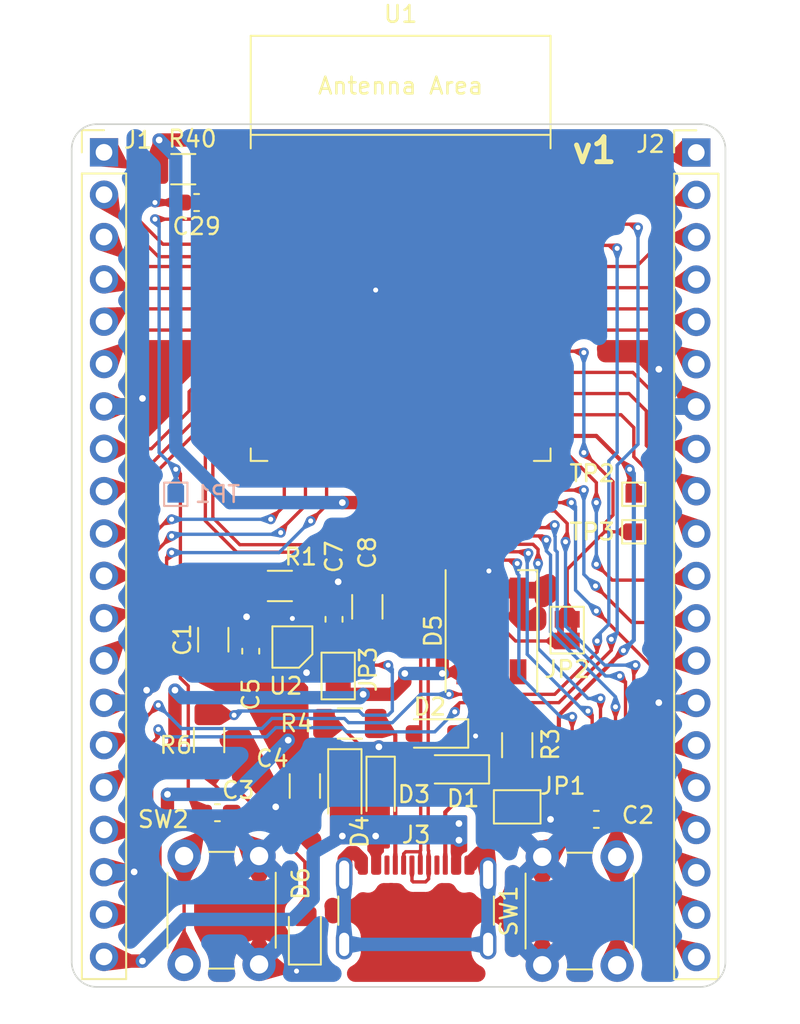
<source format=kicad_pcb>
(kicad_pcb (version 20240108) (generator "pcbnew") (generator_version "8.0")
  (layers (0 "F.Cu" signal) (31 "B.Cu" signal) (34 "B.Paste" user) (35 "F.Paste" user) (36 "B.SilkS" user "B.Silkscreen") (37 "F.SilkS" user "F.Silkscreen") (38 "B.Mask" user) (39 "F.Mask" user) (44 "Edge.Cuts" user))
  (net 0 "")
  (net 1 "VSYS")
  (net 2 "GND")
  (net 3 "GPIO0")
  (net 4 "CHIP_PU")
  (net 5 "/power/3V3_OUT")
  (net 6 "/D+")
  (net 7 "/D-")
  (net 8 "/VBUS_USB")
  (net 9 "Net-(D5-DIN)")
  (net 10 "+3V3")
  (net 11 "Net-(D6-A)")
  (net 12 "GNDPWR")
  (net 13 "Net-(J3-CC1)")
  (net 15 "Net-(J3-CC2)")
  (net 17 "GPIO38")
  (net 18 "Net-(U2-EN)")
  (net 19 "/GPIO4")
  (net 20 "/GPIO5")
  (net 21 "/GPIO6")
  (net 22 "/GPIO7")
  (net 23 "/GPIO15")
  (net 24 "/GPIO16")
  (net 25 "/GPIO17")
  (net 26 "/GPIO18")
  (net 27 "/GPIO8")
  (net 28 "/GPIO3")
  (net 29 "/GPIO46")
  (net 30 "/GPIO9")
  (net 31 "/GPIO10")
  (net 32 "/GPIO11")
  (net 33 "/GPIO12")
  (net 34 "/GPIO13")
  (net 35 "/GPIO14")
  (net 36 "/GPIO21")
  (net 37 "/GPIO47")
  (net 38 "/GPIO48")
  (net 39 "/GPIO45")
  (net 40 "/GPIO35")
  (net 41 "/GPIO36")
  (net 42 "/GPIO37")
  (net 43 "/GPIO39")
  (net 44 "/GPIO40")
  (net 45 "/GPIO41")
  (net 46 "/GPIO42")
  (net 47 "/RX")
  (net 48 "/TX")
  (net 49 "/GPIO2")
  (net 50 "/GPIO1")
  (footprint "Connector_PinHeader_2.54mm:PinHeader_1x20_P2.54mm_Vertical" (layer "F.Cu") (at 176.25 37.25)
    (property "Reference" "J2")
    (property "Value" "Conn_01x20_Pin")
  )
  (footprint "Resistor_SMD:R_1206_3216Metric_Pad1.30x1.75mm_HandSolder" (layer "F.Cu") (at 145.45 38.25)
    (property "Reference" "R40")
    (property "Value" "10k")
  )
  (footprint "Capacitor_SMD:C_1206_3216Metric_Pad1.33x1.80mm_HandSolder" (layer "F.Cu") (at 156.5 64.5 90)
    (property "Reference" "C8")
    (property "Value" "10uF")
  )
  (footprint "PCM_Espressif:ESP32-S3-WROOM-1" (layer "F.Cu") (at 158.5 46)
    (property "Reference" "U1")
    (property "Value" "ESP32-S3-WROOM-1")
  )
  (footprint "Capacitor_SMD:C_0603_1608Metric_Pad1.08x0.95mm_HandSolder" (layer "F.Cu") (at 170.25 77.25 180)
    (property "Reference" "C2")
    (property "Value" "0.1uF")
  )
  (footprint "Diode_SMD:D_SOD-123F" (layer "F.Cu") (at 155.15 75.25 -90)
    (property "Reference" "D4")
    (property "Value" "MBR230S1F-7")
  )
  (footprint "Button_Switch_THT:SW_PUSH_6mm" (layer "F.Cu") (at 167 86 90)
    (property "Reference" "SW1")
    (property "Value" "SW_Push")
  )
  (footprint "Diode_SMD:D_SOD-323_HandSoldering" (layer "F.Cu") (at 161.8 74.25 180)
    (property "Reference" "D1")
    (property "Value" "LESD5D5")
  )
  (footprint "Capacitor_SMD:C_0603_1608Metric_Pad1.08x0.95mm_HandSolder" (layer "F.Cu") (at 146.25 40.25 180)
    (property "Reference" "C29")
    (property "Value" "1uF")
  )
  (footprint "TestPoint:TestPoint_Pad_1.0x1.0mm" (layer "F.Cu") (at 172.5 57.75)
    (property "Reference" "TP2")
    (property "Value" "TestPoint")
  )
  (footprint "Resistor_SMD:R_1206_3216Metric_Pad1.30x1.75mm_HandSolder" (layer "F.Cu") (at 155.45 71.5 180)
    (property "Reference" "R4")
    (property "Value" "5k1")
  )
  (footprint "Jumper:SolderJumper-2_P1.3mm_Bridged2Bar_Pad1.0x1.5mm" (layer "F.Cu") (at 154.75 68.65 -90)
    (property "Reference" "JP3")
    (property "Value" "SolderJumper_2_Bridged")
  )
  (footprint "Capacitor_SMD:C_0603_1608Metric_Pad1.08x0.95mm_HandSolder" (layer "F.Cu") (at 154.5 65.25 90)
    (property "Reference" "C7")
    (property "Value" "0.1uF")
  )
  (footprint "Resistor_SMD:R_1206_3216Metric_Pad1.30x1.75mm_HandSolder" (layer "F.Cu") (at 165.5 72.8 90)
    (property "Reference" "R3")
    (property "Value" "5k1")
  )
  (footprint "LED_SMD:LED_SK6812_PLCC4_5.0x5.0mm_P3.2mm" (layer "F.Cu") (at 163.95 65.95 90)
    (property "Reference" "D5")
    (property "Value" "SK6812")
  )
  (footprint "Capacitor_SMD:C_1206_3216Metric_Pad1.33x1.80mm_HandSolder" (layer "F.Cu") (at 147.25 66.475 90)
    (property "Reference" "C1")
    (property "Value" "10uF")
  )
  (footprint "Capacitor_SMD:C_1206_3216Metric_Pad1.33x1.80mm_HandSolder" (layer "F.Cu") (at 152.75 75.25 -90)
    (property "Reference" "C4")
    (property "Value" "10uF")
  )
  (footprint "Capacitor_SMD:C_0603_1608Metric_Pad1.08x0.95mm_HandSolder" (layer "F.Cu") (at 147.5 76.85)
    (property "Reference" "C3")
    (property "Value" "0.1uF")
  )
  (footprint "Custom:XDFN8" (layer "F.Cu") (at 152 66.9125 90)
    (property "Reference" "U2")
    (property "Value" "NCP186-3V3")
  )
  (footprint "Jumper:SolderJumper-2_P1.3mm_Bridged2Bar_Pad1.0x1.5mm" (layer "F.Cu") (at 168.5 65.9 -90)
    (property "Reference" "JP2")
    (property "Value" "SolderJumper_2_Bridged")
  )
  (footprint "Diode_SMD:D_SOD-323_HandSoldering" (layer "F.Cu") (at 160.55 72.1 180)
    (property "Reference" "D2")
    (property "Value" "LESD5D5")
  )
  (footprint "Resistor_SMD:R_1206_3216Metric_Pad1.30x1.75mm_HandSolder" (layer "F.Cu") (at 147 72.5 -90)
    (property "Reference" "R6")
    (property "Value" "5k1")
  )
  (footprint "Capacitor_SMD:C_0603_1608Metric_Pad1.08x0.95mm_HandSolder" (layer "F.Cu") (at 149.5 67.1625 90)
    (property "Reference" "C5")
    (property "Value" "0.1uF")
  )
  (footprint "Connector_PinHeader_2.54mm:PinHeader_1x20_P2.54mm_Vertical" (layer "F.Cu") (at 140.69 37.24)
    (property "Reference" "J1")
    (property "Value" "Conn_01x20_Pin")
  )
  (footprint "Diode_SMD:D_SOD-323_HandSoldering" (layer "F.Cu") (at 157.3 75.5 -90)
    (property "Reference" "D3")
    (property "Value" "LESD5D5")
  )
  (footprint "LED_SMD:LED_0805_2012Metric_Pad1.15x1.40mm_HandSolder" (layer "F.Cu") (at 152.75 84.1 90)
    (property "Reference" "D6")
    (property "Value" "LED")
  )
  (footprint "Resistor_SMD:R_1206_3216Metric_Pad1.30x1.75mm_HandSolder" (layer "F.Cu") (at 151.25 63.25 180)
    (property "Reference" "R1")
    (property "Value" "10k")
  )
  (footprint "Button_Switch_THT:SW_PUSH_6mm" (layer "F.Cu") (at 150 79.45 -90)
    (property "Reference" "SW2")
    (property "Value" "SW_Push")
  )
  (footprint "Jumper:SolderJumper-2_P1.3mm_Bridged2Bar_Pad1.0x1.5mm" (layer "F.Cu") (at 165.5 76.5)
    (property "Reference" "JP1")
    (property "Value" "SolderJumper_2_Bridged")
  )
  (footprint "TestPoint:TestPoint_Pad_1.0x1.0mm" (layer "F.Cu") (at 172.5 60)
    (property "Reference" "TP3")
    (property "Value" "TestPoint")
  )
  (footprint "Connector_USB:USB_C_Receptacle_GCT_USB4105-xx-A_16P_TopMnt_Horizontal" (layer "F.Cu") (at 159.43 83.675)
    (property "Reference" "J3")
    (property "Value" "USB_C_Receptacle_USB2.0")
  )
  (footprint "TestPoint:TestPoint_Pad_1.0x1.0mm" (layer "B.Cu") (at 145 57.75 180)
    (property "Reference" "TP1")
    (property "Value" "TestPoint")
  )
  (gr_line (start 140.25 87.3) (end 176.5 87.3) (stroke (width 0.1)) (layer "Edge.Cuts"))
  (gr_line (start 176.5 35.55) (end 140.25 35.55) (stroke (width 0.1)) (layer "Edge.Cuts"))
  (gr_arc (start 138.75 37.05) (mid 139.18934 35.98934) (end 140.25 35.55) (stroke (width 0.1)) (layer "Edge.Cuts"))
  (gr_arc (start 176.5 35.55) (mid 177.56066 35.98934) (end 178 37.05) (stroke (width 0.1)) (layer "Edge.Cuts"))
  (gr_arc (start 140.25 87.3) (mid 139.18934 86.86066) (end 138.75 85.8) (stroke (width 0.1)) (layer "Edge.Cuts"))
  (gr_arc (start 178 85.8) (mid 177.56066 86.86066) (end 176.5 87.3) (stroke (width 0.1)) (layer "Edge.Cuts"))
  (gr_line (start 178 85.8) (end 178 37.05) (stroke (width 0.1)) (layer "Edge.Cuts"))
  (gr_line (start 138.75 37.05) (end 138.75 85.8) (stroke (width 0.1)) (layer "Edge.Cuts"))
  (gr_text "v1" (at 168.65 38 0) (layer "F.Cu" knockout) (effects (font (size 1.5 1.5) (thickness 0.3) (bold yes)) (justify left bottom)))
  (gr_text "v1" (at 168.65 38 0) (layer "F.SilkS") (effects (font (size 1.5 1.5) (thickness 0.3) (bold yes)) (justify left bottom)))
  (segment (start 140.69 82.96) (end 142.79 82.96) (width 0.8) (layer "F.Cu") (net 1))
  (segment (start 147.25 68.0375) (end 146.7875 68.0375) (width 0.2) (layer "F.Cu") (net 1))
  (segment (start 143.75 82) (end 143.75 78) (width 0.8) (layer "F.Cu") (net 1))
  (segment (start 143.75 78) (end 144.5 77.25) (width 0.8) (layer "F.Cu") (net 1))
  (segment (start 146.7875 68.0375) (end 145.75 67) (width 0.2) (layer "F.Cu") (net 1))
  (segment (start 146.75 63.25) (end 149.7 63.25) (width 0.2) (layer "F.Cu") (net 1))
  (segment (start 142.79 82.96) (end 143.75 82) (width 0.8) (layer "F.Cu") (net 1))
  (segment (start 145.75 67) (end 145.75 64.25) (width 0.2) (layer "F.Cu") (net 1))
  (segment (start 145.75 64.25) (end 146.75 63.25) (width 0.2) (layer "F.Cu") (net 1))
  (segment (start 144.5 77.25) (end 144.5 75.75) (width 0.8) (layer "F.Cu") (net 1))
  (via (at 144.5 75.75) (size 0.8) (drill 0.4) (layers "F.Cu" "B.Cu") (net 1))
  (via (at 151.75 72.5) (size 0.8) (drill 0.4) (layers "F.Cu" "B.Cu") (net 1))
  (segment (start 148.5 75.75) (end 151.75 72.5) (width 0.8) (layer "B.Cu") (net 1))
  (segment (start 144.5 75.75) (end 148.5 75.75) (width 0.8) (layer "B.Cu") (net 1))
  (segment (start 167 79.5) (end 167.3875 79.5) (width 0.25) (layer "F.Cu") (net 2))
  (segment (start 148.65 64.95) (end 148.6875 64.9125) (width 0.8) (layer "F.Cu") (net 2))
  (segment (start 154.5 63.65) (end 154.5 63.3) (width 0.8) (layer "F.Cu") (net 2))
  (segment (start 157.193016 72.9015) (end 157.3 73.008484) (width 0.8) (layer "F.Cu") (net 2))
  (segment (start 167.5 77.1) (end 167.5 77.25) (width 0.8) (layer "F.Cu") (net 2))
  (segment (start 157.193016 72.9015) (end 156.1515 72.9015) (width 0.2) (layer "F.Cu") (net 2))
  (segment (start 155.2 62.95) (end 155.2125 62.9375) (width 0.8) (layer "F.Cu") (net 2))
  (segment (start 142.5 80.4) (end 142.48 80.42) (width 0.8) (layer "F.Cu") (net 2))
  (segment (start 150 79.45) (end 148.3625 77.8125) (width 0.2) (layer "F.Cu") (net 2))
  (segment (start 152.85 68.45) (end 152.826472 68.45) (width 0.2) (layer "F.Cu") (net 2))
  (segment (start 174.01 50.25) (end 176.25 52.49) (width 0.4) (layer "F.Cu") (net 2))
  (segment (start 150 85.95) (end 150 79.45) (width 0.2) (layer "F.Cu") (net 2))
  (segment (start 164.95 63.5) (end 163.8 62.35) (width 0.4) (layer "F.Cu") (net 2))
  (segment (start 148.6875 64.9125) (end 149.0125 64.9125) (width 0.8) (layer "F.Cu") (net 2))
  (segment (start 167.5 77.25) (end 167.65 77.25) (width 0.8) (layer "F.Cu") (net 2))
  (segment (start 152.826472 68.45) (end 152 67.623528) (width 0.2) (layer "F.Cu") (net 2))
  (segment (start 163.05 74.25) (end 163.05 72.3) (width 0.8) (layer "F.Cu") (net 2))
  (segment (start 152.75 76.8125) (end 151.3125 76.8125) (width 0.8) (layer "F.Cu") (net 2))
  (segment (start 149.2 65.1) (end 149.25 65.1) (width 0.8) (layer "F.Cu") (net 2))
  (segment (start 143.75 40.25) (end 145.3875 40.25) (width 0.4) (layer "F.Cu") (net 2))
  (segment (start 163.05 72.3) (end 163 72.25) (width 0.8) (layer "F.Cu") (net 2))
  (segment (start 165.55 63.5) (end 164.95 63.5) (width 0.4) (layer "F.Cu") (net 2))
  (segment (start 142.5 80.42) (end 142.5 80.4) (width 0.8) (layer "F.Cu") (net 2))
  (segment (start 167.65 77.25) (end 167.65 77.25) (width 0.8) (layer "F.Cu") (net 2))
  (segment (start 174 70.25) (end 174.02 70.27) (width 0.4) (layer "F.Cu") (net 2))
  (segment (start 142.49 70.26) (end 140.69 70.26) (width 0.4) (layer "F.Cu") (net 2))
  (segment (start 151.3125 76.8125) (end 151 76.5) (width 0.8) (layer "F.Cu") (net 2))
  (segment (start 142.48 80.42) (end 140.69 80.42) (width 0.8) (layer "F.Cu") (net 2))
  (segment (start 154.75 71.5) (end 153.9 71.5) (width 0.2) (layer "F.Cu") (net 2))
  (segment (start 154.8 63) (end 154.8625 62.9375) (width 0.8) (layer "F.Cu") (net 2))
  (segment (start 174.02 70.27) (end 176.25 70.27) (width 0.4) (layer "F.Cu") (net 2))
  (segment (start 150.4 86.35) (end 150 85.95) (width 0.2) (layer "F.Cu") (net 2))
  (segment (start 168 77.6) (end 167.65 77.25) (width 0.25) (layer "F.Cu") (net 2))
  (segment (start 154.5 64.3875) (end 154.5 63.65) (width 0.8) (layer "F.Cu") (net 2))
  (segment (start 167.3875 79.5) (end 168 78.8875) (width 0.25) (layer "F.Cu") (net 2))
  (segment (start 166.9 76.5) (end 167.5 77.1) (width 0.8) (layer "F.Cu") (net 2))
  (segment (start 168 78.8875) (end 169.3875 77.5) (width 0.25) (layer "F.Cu") (net 2))
  (segment (start 168 78.8875) (end 168 77.6) (width 0.25) (layer "F.Cu") (net 2))
  (segment (start 154.8625 62.9375) (end 155.1875 62.9375) (width 0.8) (layer "F.Cu") (net 2))
  (segment (start 149.25 65.15) (end 149.3 65.2) (width 0.8) (layer "F.Cu") (net 2))
  (segment (start 163 72.25) (end 162.85 72.1) (width 0.8) (layer "F.Cu") (net 2))
  (segment (start 149.0125 64.9125) (end 149.2 65.1) (width 0.8) (layer "F.Cu") (net 2))
  (segment (start 149.3 65.2) (end 149.5 65.4) (width 0.8) (layer "F.Cu") (net 2))
  (segment (start 165.5 71.25) (end 164 71.25) (width 0.4) (layer "F.Cu") (net 2))
  (segment (start 148.3625 77.8125) (end 148.3625 76.85) (width 0.2) (layer "F.Cu") (net 2))
  (segment (start 154.5 63.3) (end 154.75 63.05) (width 0.8) (layer "F.Cu") (net 2))
  (segment (start 169.3875 77.5) (end 169.3875 77.25) (width 0.25) (layer "F.Cu") (net 2))
  (segment (start 155.2125 62.9375) (end 156.5 62.9375) (width 0.8) (layer "F.Cu") (net 2))
  (segment (start 151.475 65.725) (end 151.475 66.3125) (width 0.2) (layer "F.Cu") (net 2))
  (segment (start 164 71.25) (end 163 72.25) (width 0.4) (layer "F.Cu") (net 2))
  (segment (start 154.75 63) (end 154.8 63) (width 0.8) (layer "F.Cu") (net 2))
  (segment (start 147.25 64.9125) (end 148.6125 64.9125) (width 0.8) (layer "F.Cu") (net 2))
  (segment (start 152 67.623528) (end 152 66.9125) (width 0.2) (layer "F.Cu") (net 2))
  (segment (start 174 50.25) (end 174.01 50.25) (width 0.4) (layer "F.Cu") (net 2))
  (segment (start 152.75 85.85) (end 152.75 85.125) (width 0.2) (layer "F.Cu") (net 2))
  (segment (start 152.25 86.35) (end 152.75 85.85) (width 0.2) (layer "F.Cu") (net 2))
  (segment (start 149.5 65.4) (end 149.5 66.3) (width 0.8) (layer "F.Cu") (net 2))
  (segment (start 155.1875 62.9375) (end 155.2 62.95) (width 0.8) (layer "F.Cu") (net 2))
  (segment (start 152 65.2) (end 151.475 65.725) (width 0.2) (layer "F.Cu") (net 2))
  (segment (start 142.52 52.48) (end 143 52) (width 0.4) (layer "F.Cu") (net 2))
  (segment (start 152.25 86.35) (end 150.4 86.35) (width 0.2) (layer "F.Cu") (net 2))
  (segment (start 156.1515 72.9015) (end 154.75 71.5) (width 0.2) (layer "F.Cu") (net 2))
  (segment (start 157.3 73.008484) (end 157.3 74.25) (width 0.8) (layer "F.Cu") (net 2))
  (segment (start 149.25 65.1) (end 149.25 65.15) (width 0.8) (layer "F.Cu") (net 2))
  (segment (start 167 79.5) (end 167 86) (width 0.25) (layer "F.Cu") (net 2))
  (segment (start 152 65.2) (end 152 66.9125) (width 0.2) (layer "F.Cu") (net 2))
  (segment (start 140.69 52.48) (end 142.52 52.48) (width 0.4) (layer "F.Cu") (net 2))
  (segment (start 166.15 76.5) (end 166.9 76.5) (width 0.8) (layer "F.Cu") (net 2))
  (segment (start 148.6125 64.9125) (end 148.65 64.95) (width 0.8) (layer "F.Cu") (net 2))
  (segment (start 143.25 69.5) (end 142.49 70.26) (width 0.4) (layer "F.Cu") (net 2))
  (segment (start 161.8 72.1) (end 162.85 72.1) (width 0.8) (layer "F.Cu") (net 2))
  (segment (start 154.75 63.05) (end 154.75 63) (width 0.8) (layer "F.Cu") (net 2))
  (via (at 143 52) (size 0.8) (drill 0.4) (layers "F.Cu" "B.Cu") (net 2))
  (via (at 143.75 40.25) (size 0.6) (drill 0.3) (layers "F.Cu" "B.Cu") (net 2))
  (via (at 151 76.5) (size 0.8) (drill 0.4) (layers "F.Cu" "B.Cu") (net 2))
  (via (at 152.85 68.45) (size 0.8) (drill 0.4) (layers "F.Cu" "B.Cu") (net 2))
  (via (at 152.25 86.35) (size 0.6) (drill 0.3) (layers "F.Cu" "B.Cu") (net 2))
  (via (at 174 70.25) (size 0.8) (drill 0.4) (layers "F.Cu" "B.Cu") (net 2))
  (via (at 163 72.25) (size 0.6) (drill 0.3) (layers "F.Cu" "B.Cu") (net 2))
  (via (at 157 45.5) (size 0.5) (drill 0.3) (layers "F.Cu" "B.Cu") (net 2))
  (via (at 143.25 69.5) (size 0.8) (drill 0.4) (layers "F.Cu" "B.Cu") (net 2))
  (via (at 163.8 62.35) (size 0.5) (drill 0.3) (layers "F.Cu" "B.Cu") (net 2))
  (via (at 154.75 63) (size 0.8) (drill 0.4) (layers "F.Cu" "B.Cu") (net 2))
  (via (at 157.193016 72.9015) (size 0.8) (drill 0.4) (layers "F.Cu" "B.Cu") (net 2))
  (via (at 149.25 65.1) (size 0.8) (drill 0.4) (layers "F.Cu" "B.Cu") (net 2))
  (via (at 167.5 77.25) (size 0.8) (drill 0.4) (layers "F.Cu" "B.Cu") (net 2))
  (via (at 174 50.25) (size 0.8) (drill 0.4) (layers "F.Cu" "B.Cu") (net 2))
  (via (at 152 65.2) (size 0.6) (drill 0.3) (layers "F.Cu" "B.Cu") (net 2))
  (via (at 142.5 80.4) (size 0.8) (drill 0.4) (layers "F.Cu" "B.Cu") (net 2))
  (segment (start 171.232537 67.775) (end 168 71.007537) (width 0.25) (layer "F.Cu") (net 3))
  (segment (start 171.5 77.6375) (end 171.1125 77.25) (width 0.25) (layer "F.Cu") (net 3))
  (segment (start 171.5 79.5) (end 171.5 77.6375) (width 0.25) (layer "F.Cu") (net 3))
  (segment (start 171.232537 67.767463) (end 171.232537 67.775) (width 0.25) (layer "F.Cu") (net 3))
  (segment (start 171 77.25) (end 171.1125 77.25) (width 0.25) (layer "F.Cu") (net 3))
  (segment (start 171.5 86) (end 171.5 79.5) (width 0.25) (layer "F.Cu") (net 3))
  (segment (start 172.25 56.25) (end 172.25 57.5) (width 0.25) (layer "F.Cu") (net 3))
  (segment (start 172.25 57.5) (end 172.5 57.75) (width 0.25) (layer "F.Cu") (net 3))
  (segment (start 172.25 56.25) (end 170.25 54.25) (width 0.25) (layer "F.Cu") (net 3))
  (segment (start 171.877708 67.122292) (end 171.232537 67.767463) (width 0.25) (layer "F.Cu") (net 3))
  (segment (start 170.25 54.25) (end 167.25 54.25) (width 0.25) (layer "F.Cu") (net 3))
  (segment (start 168 74.25) (end 171 77.25) (width 0.25) (layer "F.Cu") (net 3))
  (segment (start 168 71.007537) (end 168 74.25) (width 0.25) (layer "F.Cu") (net 3))
  (via (at 172.25 56.25) (size 0.6) (drill 0.3) (layers "F.Cu" "B.Cu") (net 3))
  (via (at 171.877708 67.122292) (size 0.6) (drill 0.3) (layers "F.Cu" "B.Cu") (net 3))
  (segment (start 172.5 56.5) (end 172.25 56.25) (width 0.25) (layer "B.Cu") (net 3))
  (segment (start 172.5 66.5) (end 172.5 56.5) (width 0.25) (layer "B.Cu") (net 3))
  (segment (start 171.877708 67.122292) (end 172.5 66.5) (width 0.25) (layer "B.Cu") (net 3))
  (segment (start 145.5 79.45) (end 146.6375 78.3125) (width 0.2) (layer "F.Cu") (net 4))
  (segment (start 145.277 56.527) (end 145.277 68.777) (width 0.2) (layer "F.Cu") (net 4))
  (segment (start 143.75 41.25) (end 146.25 41.25) (width 0.2) (layer "F.Cu") (net 4))
  (segment (start 149.73 40.3) (end 149.75 40.28) (width 0.4) (layer "F.Cu") (net 4))
  (segment (start 145 56.25) (end 145.277 56.527) (width 0.2) (layer "F.Cu") (net 4))
  (segment (start 147 38.25) (end 147 40.1375) (width 0.4) (layer "F.Cu") (net 4))
  (segment (start 147 40.1375) (end 147.1125 40.25) (width 0.4) (layer "F.Cu") (net 4))
  (segment (start 147.1125 40.25) (end 147.1625 40.3) (width 0.4) (layer "F.Cu") (net 4))
  (segment (start 145.75 69.25) (end 145.75 75.9625) (width 0.2) (layer "F.Cu") (net 4))
  (segment (start 145.75 75.9625) (end 146.6375 76.85) (width 0.2) (layer "F.Cu") (net 4))
  (segment (start 146.25 41.25) (end 147.1125 40.3875) (width 0.2) (layer "F.Cu") (net 4))
  (segment (start 146.6375 78.3125) (end 146.6375 76.85) (width 0.2) (layer "F.Cu") (net 4))
  (segment (start 147.1125 40.3875) (end 147.1125 40.25) (width 0.2) (layer "F.Cu") (net 4))
  (segment (start 147.1625 40.3) (end 149.73 40.3) (width 0.4) (layer "F.Cu") (net 4))
  (segment (start 145.5 79.45) (end 145.5 85.95) (width 0.2) (layer "F.Cu") (net 4))
  (segment (start 145.277 68.777) (end 145.75 69.25) (width 0.2) (layer "F.Cu") (net 4))
  (via (at 145 56.25) (size 0.6) (drill 0.3) (layers "F.Cu" "B.Cu") (net 4))
  (via (at 143.75 41.25) (size 0.6) (drill 0.3) (layers "F.Cu" "B.Cu") (net 4))
  (segment (start 145 56.25) (end 145 57.75) (width 0.2) (layer "B.Cu") (net 4))
  (segment (start 144 55.25) (end 144 41.5) (width 0.2) (layer "B.Cu") (net 4))
  (segment (start 144 41.5) (end 143.75 41.25) (width 0.2) (layer "B.Cu") (net 4))
  (segment (start 145 56.25) (end 144 55.25) (width 0.2) (layer "B.Cu") (net 4))
  (segment (start 148.5 71) (end 147.05 71) (width 0.2) (layer "F.Cu") (net 5))
  (segment (start 154.75 68) (end 157.75 68) (width 0.2) (layer "F.Cu") (net 5))
  (segment (start 147.05 71) (end 147 70.95) (width 0.2) (layer "F.Cu") (net 5))
  (via (at 148.5 71) (size 0.6) (drill 0.3) (layers "F.Cu" "B.Cu") (net 5))
  (via (at 157.75 68) (size 0.6) (drill 0.3) (layers "F.Cu" "B.Cu") (net 5))
  (segment (start 157.75 71) (end 158 70.75) (width 0.2) (layer "B.Cu") (net 5))
  (segment (start 158 70.75) (end 158 68.25) (width 0.2) (layer "B.Cu") (net 5))
  (segment (start 148.75 70.75) (end 156 70.75) (width 0.2) (layer "B.Cu") (net 5))
  (segment (start 158 68.25) (end 157.75 68) (width 0.2) (layer "B.Cu") (net 5))
  (segment (start 148.5 71) (end 148.75 70.75) (width 0.2) (layer "B.Cu") (net 5))
  (segment (start 156 70.75) (end 156.25 71) (width 0.2) (layer "B.Cu") (net 5))
  (segment (start 156.25 71) (end 157.75 71) (width 0.2) (layer "B.Cu") (net 5))
  (segment (start 160.18 80.82) (end 160.18 79.995) (width 0.2) (layer "F.Cu") (net 6))
  (segment (start 149.45 54.25) (end 149.75 54.25) (width 0.2) (layer "F.Cu") (net 6))
  (segment (start 160 81) (end 160.18 80.82) (width 0.2) (layer "F.Cu") (net 6))
  (segment (start 147.225 59.1568) (end 147.225 54.8432) (width 0.2) (layer "F.Cu") (net 6))
  (segment (start 159.18 79.995) (end 159.18 80.93) (width 0.2) (layer "F.Cu") (net 6))
  (segment (start 160.155 79.107499) (end 160.155 63.0868) (width 0.2) (layer "F.Cu") (net 6))
  (segment (start 160.18 79.132499) (end 160.155 79.107499) (width 0.2) (layer "F.Cu") (net 6))
  (segment (start 148.2282 53.84) (end 149.04 53.84) (width 0.2) (layer "F.Cu") (net 6))
  (segment (start 160.18 79.995) (end 160.18 79.132499) (width 0.2) (layer "F.Cu") (net 6))
  (segment (start 160.155 63.0868) (end 157.8432 60.775) (width 0.2) (layer "F.Cu") (net 6))
  (segment (start 159.25 81) (end 160 81) (width 0.2) (layer "F.Cu") (net 6))
  (segment (start 149.04 53.84) (end 149.45 54.25) (width 0.2) (layer "F.Cu") (net 6))
  (segment (start 157.8432 60.775) (end 148.8432 60.775) (width 0.2) (layer "F.Cu") (net 6))
  (segment (start 148.8432 60.775) (end 147.225 59.1568) (width 0.2) (layer "F.Cu") (net 6))
  (segment (start 147.225 54.8432) (end 148.2282 53.84) (width 0.2) (layer "F.Cu") (net 6))
  (segment (start 159.18 80.93) (end 159.25 81) (width 0.2) (layer "F.Cu") (net 6))
  (segment (start 159.68 79.995) (end 159.68 79.25) (width 0.2) (layer "F.Cu") (net 7))
  (segment (start 157.6568 61.225) (end 148.6568 61.225) (width 0.2) (layer "F.Cu") (net 7))
  (segment (start 159.705 63.2732) (end 157.6568 61.225) (width 0.2) (layer "F.Cu") (net 7))
  (segment (start 158.807 79.193) (end 159.623 79.193) (width 0.2) (layer "F.Cu") (net 7))
  (segment (start 149.45 52.98) (end 149.75 52.98) (width 0.2) (layer "F.Cu") (net 7))
  (segment (start 148.6568 61.225) (end 146.775 59.3432) (width 0.2) (layer "F.Cu") (net 7))
  (segment (start 146.775 59.3432) (end 146.775 54.6568) (width 0.2) (layer "F.Cu") (net 7))
  (segment (start 158.68 79.995) (end 158.68 79.32) (width 0.2) (layer "F.Cu") (net 7))
  (segment (start 146.775 54.6568) (end 148.0418 53.39) (width 0.2) (layer "F.Cu") (net 7))
  (segment (start 159.68 79.25) (end 159.68 79.132499) (width 0.2) (layer "F.Cu") (net 7))
  (segment (start 159.705 79.107499) (end 159.705 63.2732) (width 0.2) (layer "F.Cu") (net 7))
  (segment (start 148.0418 53.39) (end 149.04 53.39) (width 0.2) (layer "F.Cu") (net 7))
  (segment (start 158.68 79.32) (end 158.807 79.193) (width 0.2) (layer "F.Cu") (net 7))
  (segment (start 149.04 53.39) (end 149.45 52.98) (width 0.2) (layer "F.Cu") (net 7))
  (segment (start 159.623 79.193) (end 159.68 79.25) (width 0.2) (layer "F.Cu") (net 7))
  (segment (start 159.68 79.132499) (end 159.705 79.107499) (width 0.2) (layer "F.Cu") (net 7))
  (segment (start 140.94 85.75) (end 143 85.75) (width 0.8) (layer "F.Cu") (net 8))
  (segment (start 140.69 85.5) (end 140.94 85.75) (width 0.8) (layer "F.Cu") (net 8))
  (via (at 155 78.25) (size 0.8) (drill 0.4) (layers "F.Cu" "B.Cu") (net 8))
  (via (at 143 85.75) (size 0.8) (drill 0.4) (layers "F.Cu" "B.Cu") (net 8))
  (via (at 162 78.5) (size 0.8) (drill 0.4) (layers "F.Cu" "B.Cu") (net 8))
  (via (at 162 77.5) (size 0.8) (drill 0.4) (layers "F.Cu" "B.Cu") (net 8))
  (via (at 157 78.25) (size 0.8) (drill 0.4) (layers "F.Cu" "B.Cu") (net 8))
  (segment (start 153.25 82) (end 153.25 79.25) (width 0.8) (layer "B.Cu") (net 8))
  (segment (start 145.5 83.25) (end 152 83.25) (width 0.8) (layer "B.Cu") (net 8))
  (segment (start 152 83.25) (end 153.25 82) (width 0.8) (layer "B.Cu") (net 8))
  (segment (start 142.99 85.76) (end 145.5 83.25) (width 0.8) (layer "B.Cu") (net 8))
  (segment (start 153.25 79.25) (end 155 78.25) (width 0.8) (layer "B.Cu") (net 8))
  (segment (start 162.35 63.5) (end 165.4 66.55) (width 0.2) (layer "F.Cu") (net 9))
  (segment (start 165.4 66.55) (end 168.5 66.55) (width 0.2) (layer "F.Cu") (net 9))
  (segment (start 147.75 36.5) (end 148.25 37) (width 0.8) (layer "F.Cu") (net 10))
  (segment (start 144 36.5) (end 147.75 36.5) (width 0.8) (layer "F.Cu") (net 10))
  (segment (start 156.45 58.25) (end 155 58.25) (width 0.8) (layer "F.Cu") (net 10))
  (segment (start 143.25 74.5) (end 143.25 77) (width 0.8) (layer "F.Cu") (net 10))
  (segment (start 143.25 77) (end 142.37 77.88) (width 0.8) (layer "F.Cu") (net 10))
  (segment (start 148.25 38.75) (end 148.51 39.01) (width 0.8) (layer "F.Cu") (net 10))
  (segment (start 142.37 77.88) (end 140.69 77.88) (width 0.8) (layer "F.Cu") (net 10))
  (segment (start 161 68.5) (end 161 64) (width 0.8) (layer "F.Cu") (net 10))
  (segment (start 161.1 68.4) (end 161 68.5) (width 0.4) (layer "F.Cu") (net 10))
  (segment (start 148.51 39.01) (end 149.75 39.01) (width 0.8) (layer "F.Cu") (net 10))
  (segment (start 144 36.5) (end 144 38.15) (width 0.8) (layer "F.Cu") (net 10))
  (segment (start 161 62.8) (end 156.45 58.25) (width 0.8) (layer "F.Cu") (net 10))
  (segment (start 155.2 69.75) (end 154.75 69.3) (width 0.8) (layer "F.Cu") (net 10))
  (segment (start 156.25 69.75) (end 158 69.75) (width 0.8) (layer "F.Cu") (net 10))
  (segment (start 144 38.15) (end 143.9 38.25) (width 0.8) (layer "F.Cu") (net 10))
  (segment (start 161 63.083272) (end 161 62.8) (width 0.8) (layer "F.Cu") (net 10))
  (segment (start 148.25 37) (end 148.25 38.75) (width 0.8) (layer "F.Cu") (net 10))
  (segment (start 144.95 69.5) (end 144.95 72.8) (width 0.8) (layer "F.Cu") (net 10))
  (segment (start 156.25 69.75) (end 155.2 69.75) (width 0.8) (layer "F.Cu") (net 10))
  (segment (start 158.75 69) (end 158.75 68.5) (width 0.8) (layer "F.Cu") (net 10))
  (segment (start 144.95 72.8) (end 143.25 74.5) (width 0.8) (layer "F.Cu") (net 10))
  (segment (start 162.35 68.4) (end 161.1 68.4) (width 0.4) (layer "F.Cu") (net 10))
  (segment (start 161 64) (end 161 63.083272) (width 0.8) (layer "F.Cu") (net 10))
  (segment (start 158 69.75) (end 158.75 69) (width 0.8) (layer "F.Cu") (net 10))
  (via (at 144.95 69.5) (size 0.8) (drill 0.4) (layers "F.Cu" "B.Cu") (net 10))
  (via (at 158.75 68.5) (size 0.8) (drill 0.4) (layers "F.Cu" "B.Cu") (net 10))
  (via (at 156.25 69.75) (size 0.8) (drill 0.4) (layers "F.Cu" "B.Cu") (net 10))
  (via (at 144 36.5) (size 0.8) (drill 0.4) (layers "F.Cu" "B.Cu") (net 10))
  (via (at 155 58.25) (size 0.8) (drill 0.4) (layers "F.Cu" "B.Cu") (net 10))
  (via (at 161 68.5) (size 0.8) (drill 0.4) (layers "F.Cu" "B.Cu") (net 10))
  (segment (start 156.05 69.95) (end 156.25 69.75) (width 0.8) (layer "B.Cu") (net 10))
  (segment (start 144.95 69.5) (end 145.4 69.95) (width 0.8) (layer "B.Cu") (net 10))
  (segment (start 158.75 68.5) (end 161 68.5) (width 0.8) (layer "B.Cu") (net 10))
  (segment (start 145 37.5) (end 144 36.5) (width 0.8) (layer "B.Cu") (net 10))
  (segment (start 145 55) (end 145 37.5) (width 0.8) (layer "B.Cu") (net 10))
  (segment (start 148.25 58.25) (end 145 55) (width 0.8) (layer "B.Cu") (net 10))
  (segment (start 155 58.25) (end 148.25 58.25) (width 0.8) (layer "B.Cu") (net 10))
  (segment (start 145.4 69.95) (end 156.05 69.95) (width 0.8) (layer "B.Cu") (net 10))
  (segment (start 148 75.75) (end 147.95 75.8) (width 0.2) (layer "F.Cu") (net 11))
  (segment (start 147.95 75.8) (end 147 74.85) (width 0.2) (layer "F.Cu") (net 11))
  (segment (start 152.75 83.075) (end 152.75 79.8) (width 0.2) (layer "F.Cu") (net 11))
  (segment (start 149.95 76.7) (end 149 75.75) (width 0.2) (layer "F.Cu") (net 11))
  (segment (start 152.75 79.8) (end 149.95 77) (width 0.2) (layer "F.Cu") (net 11))
  (segment (start 149.95 77) (end 149.95 76.7) (width 0.2) (layer "F.Cu") (net 11))
  (segment (start 149 75.75) (end 148 75.75) (width 0.2) (layer "F.Cu") (net 11))
  (segment (start 147 74.85) (end 147 74.05) (width 0.2) (layer "F.Cu") (net 11))
  (segment (start 163.75 77.6) (end 164.85 76.5) (width 0.8) (layer "F.Cu") (net 12))
  (segment (start 155.11 79.64) (end 155.5 79.25) (width 0.8) (layer "F.Cu") (net 12))
  (segment (start 155.75 79.25) (end 156.13 79.63) (width 0.8) (layer "F.Cu") (net 12))
  (segment (start 156.13 79.63) (end 156.13 79.995) (width 0.8) (layer "F.Cu") (net 12))
  (segment (start 163.25 79.25) (end 162.73 79.77) (width 0.8) (layer "F.Cu") (net 12))
  (segment (start 155.11 80.57) (end 155.11 79.64) (width 0.8) (layer "F.Cu") (net 12))
  (segment (start 162.73 79.77) (end 162.73 79.995) (width 0.8) (layer "F.Cu") (net 12))
  (segment (start 163.75 79.75) (end 163.25 79.25) (width 0.8) (layer "F.Cu") (net 12))
  (segment (start 163.75 80.57) (end 163.75 77.6) (width 0.8) (layer "F.Cu") (net 12))
  (segment (start 163.75 80.57) (end 163.75 79.75) (width 0.8) (layer "F.Cu") (net 12))
  (segment (start 155.5 79.25) (end 155.75 79.25) (width 0.8) (layer "F.Cu") (net 12))
  (segment (start 163.75 80.57) (end 163.75 84.75) (width 0.8) (layer "B.Cu") (net 12))
  (segment (start 155.11 84.75) (end 163.75 84.75) (width 0.8) (layer "B.Cu") (net 12))
  (segment (start 155.11 84.75) (end 155.11 80.57) (width 0.8) (layer "B.Cu") (net 12))
  (segment (start 158.18 72.18) (end 158.18 79.995) (width 0.25) (layer "F.Cu") (net 13))
  (segment (start 157 71.5) (end 157.5 71.5) (width 0.25) (layer "F.Cu") (net 13))
  (segment (start 157.5 71.5) (end 158.18 72.18) (width 0.25) (layer "F.Cu") (net 13))
  (segment (start 164.95 74) (end 163.2 75.75) (width 0.25) (layer "F.Cu") (net 15))
  (segment (start 163.2 75.75) (end 162.25 75.75) (width 0.25) (layer "F.Cu") (net 15))
  (segment (start 162.25 75.75) (end 161.18 76.82) (width 0.25) (layer "F.Cu") (net 15))
  (segment (start 161.18 76.82) (end 161.18 79.995) (width 0.25) (layer "F.Cu") (net 15))
  (segment (start 170.75 60) (end 168.5 62.25) (width 0.2) (layer "F.Cu") (net 17))
  (segment (start 171.25 59) (end 171.25 57) (width 0.2) (layer "F.Cu") (net 17))
  (segment (start 172.5 60) (end 170.75 60) (width 0.2) (layer "F.Cu") (net 17))
  (segment (start 169.42 49.17) (end 167.25 49.17) (width 0.2) (layer "F.Cu") (net 17))
  (segment (start 170.5 56.25) (end 169.5 55.25) (width 0.2) (layer "F.Cu") (net 17))
  (segment (start 170.75 60) (end 170.75 59.5) (width 0.2) (layer "F.Cu") (net 17))
  (segment (start 171.25 57) (end 170.5 56.25) (width 0.2) (layer "F.Cu") (net 17))
  (segment (start 170.75 59.5) (end 171.25 59) (width 0.2) (layer "F.Cu") (net 17))
  (segment (start 169.5 49.25) (end 169.42 49.17) (width 0.2) (layer "F.Cu") (net 17))
  (segment (start 168.5 62.25) (end 168.5 65.25) (width 0.2) (layer "F.Cu") (net 17))
  (via (at 169.5 55.25) (size 0.6) (drill 0.3) (layers "F.Cu" "B.Cu") (net 17))
  (via (at 169.5 49.25) (size 0.6) (drill 0.3) (layers "F.Cu" "B.Cu") (net 17))
  (segment (start 169.5 55.25) (end 169.5 49.25) (width 0.2) (layer "B.Cu") (net 17))
  (segment (start 152.8 63.45) (end 150.5 65.75) (width 0.2) (layer "F.Cu") (net 18))
  (segment (start 150.5 65.75) (end 150.5 66.5) (width 0.2) (layer "F.Cu") (net 18))
  (segment (start 152.8 63.25) (end 152.8 63.45) (width 0.2) (layer "F.Cu") (net 18))
  (segment (start 150.7125 66.7125) (end 150.5 66.5) (width 0.2) (layer "F.Cu") (net 18))
  (segment (start 151.475 66.7125) (end 150.7125 66.7125) (width 0.2) (layer "F.Cu") (net 18))
  (segment (start 147.5 42.75) (end 148.7 41.55) (width 0.2) (layer "F.Cu") (net 19))
  (segment (start 140.69 37.24) (end 141.24 37.24) (width 0.2) (layer "F.Cu") (net 19))
  (segment (start 142.75 38.75) (end 142.75 41.275) (width 0.2) (layer "F.Cu") (net 19))
  (segment (start 141.24 37.24) (end 142.75 38.75) (width 0.2) (layer "F.Cu") (net 19))
  (segment (start 142.75 41.275) (end 144.225 42.75) (width 0.2) (layer "F.Cu") (net 19))
  (segment (start 148.7 41.55) (end 149.75 41.55) (width 0.2) (layer "F.Cu") (net 19))
  (segment (start 144.225 42.75) (end 147.5 42.75) (width 0.2) (layer "F.Cu") (net 19))
  (segment (start 140.69 39.78) (end 140.69 40.23) (width 0.2) (layer "F.Cu") (net 20))
  (segment (start 147.25 43.5) (end 147.93 42.82) (width 0.2) (layer "F.Cu") (net 20))
  (segment (start 143.96 43.5) (end 147.25 43.5) (width 0.2) (layer "F.Cu") (net 20))
  (segment (start 147.93 42.82) (end 149.75 42.82) (width 0.2) (layer "F.Cu") (net 20))
  (segment (start 140.69 40.23) (end 143.96 43.5) (width 0.2) (layer "F.Cu") (net 20))
  (segment (start 140.69 42.32) (end 142.46 44.09) (width 0.2) (layer "F.Cu") (net 21))
  (segment (start 142.46 44.09) (end 149.75 44.09) (width 0.2) (layer "F.Cu") (net 21))
  (segment (start 140.69 44.86) (end 141.23 45.4) (width 0.2) (layer "F.Cu") (net 22))
  (segment (start 149.71 45.4) (end 149.75 45.36) (width 0.2) (layer "F.Cu") (net 22))
  (segment (start 141.23 45.4) (end 149.71 45.4) (width 0.2) (layer "F.Cu") (net 22))
  (segment (start 141.46 46.63) (end 140.69 47.4) (width 0.2) (layer "F.Cu") (net 23))
  (segment (start 149.75 46.63) (end 141.46 46.63) (width 0.2) (layer "F.Cu") (net 23))
  (segment (start 142.73 47.9) (end 140.69 49.94) (width 0.2) (layer "F.Cu") (net 24))
  (segment (start 149.75 47.9) (end 142.73 47.9) (width 0.2) (layer "F.Cu") (net 24))
  (segment (start 143.53 55.02) (end 145.8 52.75) (width 0.2) (layer "F.Cu") (net 25))
  (segment (start 140.69 55.02) (end 143.53 55.02) (width 0.2) (layer "F.Cu") (net 25))
  (segment (start 148.23 49.17) (end 149.75 49.17) (width 0.2) (layer "F.Cu") (net 25))
  (segment (start 145.8 51.6) (end 148.23 49.17) (width 0.2) (layer "F.Cu") (net 25))
  (segment (start 145.8 52.75) (end 145.8 51.6) (width 0.2) (layer "F.Cu") (net 25))
  (segment (start 146.4 53.05) (end 141.89 57.56) (width 0.2) (layer "F.Cu") (net 26))
  (segment (start 147.91 50.44) (end 146.4 51.95) (width 0.2) (layer "F.Cu") (net 26))
  (segment (start 149.75 50.44) (end 147.91 50.44) (width 0.2) (layer "F.Cu") (net 26))
  (segment (start 141.89 57.56) (end 140.69 57.56) (width 0.2) (layer "F.Cu") (net 26))
  (segment (start 146.4 51.95) (end 146.4 53.05) (width 0.2) (layer "F.Cu") (net 26))
  (segment (start 147.79 51.71) (end 149.75 51.71) (width 0.2) (layer "F.Cu") (net 27))
  (segment (start 142.75 59.75) (end 142.75 57.5) (width 0.2) (layer "F.Cu") (net 27))
  (segment (start 147 53.25) (end 147 52.5) (width 0.2) (layer "F.Cu") (net 27))
  (segment (start 140.69 60.1) (end 142.4 60.1) (width 0.2) (layer "F.Cu") (net 27))
  (segment (start 147 52.5) (end 147.79 51.71) (width 0.2) (layer "F.Cu") (net 27))
  (segment (start 142.4 60.1) (end 142.75 59.75) (width 0.2) (layer "F.Cu") (net 27))
  (segment (start 142.75 57.5) (end 147 53.25) (width 0.2) (layer "F.Cu") (net 27))
  (segment (start 150.7 59.25) (end 151.515 58.435) (width 0.2) (layer "F.Cu") (net 28))
  (segment (start 143.25 62.25) (end 143.25 60.55) (width 0.2) (layer "F.Cu") (net 28))
  (segment (start 142.86 62.64) (end 143.25 62.25) (width 0.2) (layer "F.Cu") (net 28))
  (segment (start 140.69 62.64) (end 142.86 62.64) (width 0.2) (layer "F.Cu") (net 28))
  (segment (start 144.55 59.25) (end 144.75 59.25) (width 0.2) (layer "F.Cu") (net 28))
  (segment (start 143.25 60.55) (end 144.55 59.25) (width 0.2) (layer "F.Cu") (net 28))
  (segment (start 151.515 58.435) (end 151.515 55.5) (width 0.2) (layer "F.Cu") (net 28))
  (via (at 144.75 59.25) (size 0.6) (drill 0.3) (layers "F.Cu" "B.Cu") (net 28))
  (via (at 150.7 59.25) (size 0.6) (drill 0.3) (layers "F.Cu" "B.Cu") (net 28))
  (segment (start 150.7 59.25) (end 144.75 59.25) (width 0.2) (layer "B.Cu") (net 28))
  (segment (start 151.3 59.907107) (end 152.785 58.422107) (width 0.2) (layer "F.Cu") (net 29))
  (segment (start 143.75 61.25) (end 143.75 63.25) (width 0.2) (layer "F.Cu") (net 29))
  (segment (start 151.3 60.05) (end 151.3 59.907107) (width 0.2) (layer "F.Cu") (net 29))
  (segment (start 152.785 58.422107) (end 152.785 55.5) (width 0.2) (layer "F.Cu") (net 29))
  (segment (start 144.75 60.25) (end 143.75 61.25) (width 0.2) (layer "F.Cu") (net 29))
  (segment (start 141.82 65.18) (end 140.69 65.18) (width 0.2) (layer "F.Cu") (net 29))
  (segment (start 143.75 63.25) (end 141.82 65.18) (width 0.2) (layer "F.Cu") (net 29))
  (via (at 144.75 60.25) (size 0.6) (drill 0.3) (layers "F.Cu" "B.Cu") (net 29))
  (via (at 151.3 60.05) (size 0.6) (drill 0.3) (layers "F.Cu" "B.Cu") (net 29))
  (segment (start 151.200497 60.149503) (end 144.850497 60.149503) (width 0.2) (layer "B.Cu") (net 29))
  (segment (start 144.850497 60.149503) (end 144.75 60.25) (width 0.2) (layer "B.Cu") (net 29))
  (segment (start 151.3 60.05) (end 151.200497 60.149503) (width 0.2) (layer "B.Cu") (net 29))
  (segment (start 153.1 59.35) (end 154.055 58.395) (width 0.2) (layer "F.Cu") (net 30))
  (segment (start 144.45 61.55) (end 144.45 63.95) (width 0.2) (layer "F.Cu") (net 30))
  (segment (start 140.69 67.71) (end 140.69 67.72) (width 0.2) (layer "F.Cu") (net 30))
  (segment (start 154.055 58.395) (end 154.055 55.5) (width 0.2) (layer "F.Cu") (net 30))
  (segment (start 144.45 63.95) (end 140.69 67.71) (width 0.2) (layer "F.Cu") (net 30))
  (segment (start 144.75 61.25) (end 144.45 61.55) (width 0.2) (layer "F.Cu") (net 30))
  (via (at 153.1 59.35) (size 0.6) (drill 0.3) (layers "F.Cu" "B.Cu") (net 30))
  (via (at 144.75 61.25) (size 0.6) (drill 0.3) (layers "F.Cu" "B.Cu") (net 30))
  (segment (start 153.1 59.35) (end 151.2 61.25) (width 0.2) (layer "B.Cu") (net 30))
  (segment (start 151.2 61.25) (end 144.75 61.25) (width 0.2) (layer "B.Cu") (net 30))
  (segment (start 165.3 61.7) (end 161.273972 61.7) (width 0.2) (layer "F.Cu") (net 31))
  (segment (start 171 76.25) (end 172.25 76.25) (width 0.2) (layer "F.Cu") (net 31))
  (segment (start 176 85.51) (end 176.25 85.51) (width 0.2) (layer "F.Cu") (net 31))
  (segment (start 155.325 55.751028) (end 155.325 55.5) (width 0.2) (layer "F.Cu") (net 31))
  (segment (start 174 79.713724) (end 174 83.51) (width 0.2) (layer "F.Cu") (net 31))
  (segment (start 172.25 76.25) (end 173.25 77.25) (width 0.2) (layer "F.Cu") (net 31))
  (segment (start 168.8 71.1) (end 168.8 74.05) (width 0.2) (layer "F.Cu") (net 31))
  (segment (start 165.5 61.9) (end 165.3 61.7) (width 0.2) (layer "F.Cu") (net 31))
  (segment (start 173.25 77.25) (end 173.25 78.963724) (width 0.2) (layer "F.Cu") (net 31))
  (segment (start 174 83.51) (end 176 85.51) (width 0.2) (layer "F.Cu") (net 31))
  (segment (start 168.8 74.05) (end 171 76.25) (width 0.2) (layer "F.Cu") (net 31))
  (segment (start 173.25 78.963724) (end 174 79.713724) (width 0.2) (layer "F.Cu") (net 31))
  (segment (start 161.273972 61.7) (end 155.325 55.751028) (width 0.2) (layer "F.Cu") (net 31))
  (via (at 168.8 71.1) (size 0.6) (drill 0.3) (layers "F.Cu" "B.Cu") (net 31))
  (via (at 165.5 61.9) (size 0.6) (drill 0.3) (layers "F.Cu" "B.Cu") (net 31))
  (segment (start 165.5 62.5) (end 165.5 61.9) (width 0.2) (layer "B.Cu") (net 31))
  (segment (start 165.6 62.6) (end 165.5 62.5) (width 0.2) (layer "B.Cu") (net 31))
  (segment (start 168.1 71.1) (end 165.6 68.6) (width 0.2) (layer "B.Cu") (net 31))
  (segment (start 165.6 68.6) (end 165.6 62.6) (width 0.2) (layer "B.Cu") (net 31))
  (segment (start 168.8 71.1) (end 168.1 71.1) (width 0.2) (layer "B.Cu") (net 31))
  (segment (start 174.5 81.22) (end 176.25 82.97) (width 0.2) (layer "F.Cu") (net 32))
  (segment (start 166.0786 61.2) (end 161.7 61.2) (width 0.2) (layer "F.Cu") (net 32))
  (segment (start 174 77.25) (end 174 79) (width 0.2) (layer "F.Cu") (net 32))
  (segment (start 171.423736 75.723) (end 172.473 75.723) (width 0.2) (layer "F.Cu") (net 32))
  (segment (start 161.7 61.2) (end 156.595 56.095) (width 0.2) (layer "F.Cu") (net 32))
  (segment (start 170 74.299264) (end 171.423736 75.723) (width 0.2) (layer "F.Cu") (net 32))
  (segment (start 170 71) (end 170 74.299264) (width 0.2) (layer "F.Cu") (net 32))
  (segment (start 174.5 79.5) (end 174.5 81.22) (width 0.2) (layer "F.Cu") (net 32))
  (segment (start 169.75 70.75) (end 170 71) (width 0.2) (layer "F.Cu") (net 32))
  (segment (start 174 79) (end 174.5 79.5) (width 0.2) (layer "F.Cu") (net 32))
  (segment (start 172.473 75.723) (end 174 77.25) (width 0.2) (layer "F.Cu") (net 32))
  (segment (start 156.595 56.095) (end 156.595 55.5) (width 0.2) (layer "F.Cu") (net 32))
  (segment (start 166.169067 61.290467) (end 166.0786 61.2) (width 0.2) (layer "F.Cu") (net 32))
  (via (at 169.75 70.75) (size 0.6) (drill 0.3) (layers "F.Cu" "B.Cu") (net 32))
  (via (at 166.169067 61.290467) (size 0.6) (drill 0.3) (layers "F.Cu" "B.Cu") (net 32))
  (segment (start 166.1 61.359534) (end 166.1 67.35) (width 0.2) (layer "B.Cu") (net 32))
  (segment (start 166.169067 61.290467) (end 166.1 61.359534) (width 0.2) (layer "B.Cu") (net 32))
  (segment (start 169.5 70.75) (end 169.75 70.75) (width 0.2) (layer "B.Cu") (net 32))
  (segment (start 166.1 67.35) (end 169.5 70.75) (width 0.2) (layer "B.Cu") (net 32))
  (segment (start 174.5 77) (end 174.5 78.68) (width 0.2) (layer "F.Cu") (net 33))
  (segment (start 172.5 75) (end 174.5 77) (width 0.2) (layer "F.Cu") (net 33))
  (segment (start 174.5 78.68) (end 176.25 80.43) (width 0.2) (layer "F.Cu") (net 33))
  (segment (start 162.5 60.75) (end 157.865 56.115) (width 0.2) (layer "F.Cu") (net 33))
  (segment (start 170.5 74.25) (end 171.25 75) (width 0.2) (layer "F.Cu") (net 33))
  (segment (start 157.865 56.115) (end 157.865 55.5) (width 0.2) (layer "F.Cu") (net 33))
  (segment (start 166.75 61.05) (end 166.45 60.75) (width 0.2) (layer "F.Cu") (net 33))
  (segment (start 170.5 70) (end 170.5 74.25) (width 0.2) (layer "F.Cu") (net 33))
  (segment (start 166.45 60.75) (end 162.5 60.75) (width 0.2) (layer "F.Cu") (net 33))
  (segment (start 171.25 75) (end 172.5 75) (width 0.2) (layer "F.Cu") (net 33))
  (segment (start 166.75 61.9) (end 166.75 61.05) (width 0.2) (layer "F.Cu") (net 33))
  (via (at 166.75 61.9) (size 0.6) (drill 0.3) (layers "F.Cu" "B.Cu") (net 33))
  (via (at 170.5 70) (size 0.6) (drill 0.3) (layers "F.Cu" "B.Cu") (net 33))
  (segment (start 166.75 67) (end 169.75 70) (width 0.2) (layer "B.Cu") (net 33))
  (segment (start 166.75 61.9) (end 166.75 67) (width 0.2) (layer "B.Cu") (net 33))
  (segment (start 169.75 70) (end 170.5 70) (width 0.2) (layer "B.Cu") (net 33))
  (segment (start 167.25 60.5) (end 167 60.25) (width 0.2) (layer "F.Cu") (net 34))
  (segment (start 163 60.25) (end 159.135 56.385) (width 0.2) (layer "F.Cu") (net 34))
  (segment (start 171.25 74.5) (end 172.86 74.5) (width 0.2) (layer "F.Cu") (net 34))
  (segment (start 159.135 56.385) (end 159.135 55.5) (width 0.2) (layer "F.Cu") (net 34))
  (segment (start 172.86 74.5) (end 176.25 77.89) (width 0.2) (layer "F.Cu") (net 34))
  (segment (start 167 60.25) (end 163 60.25) (width 0.2) (layer "F.Cu") (net 34))
  (segment (start 171.2 72.821472) (end 171.2 74.45) (width 0.2) (layer "F.Cu") (net 34))
  (segment (start 171.2 74.45) (end 171.25 74.5) (width 0.2) (layer "F.Cu") (net 34))
  (segment (start 171.4 72.621472) (end 171.2 72.821472) (width 0.2) (layer "F.Cu") (net 34))
  (segment (start 171.4 70.5) (end 171.4 72.621472) (width 0.2) (layer "F.Cu") (net 34))
  (via (at 167.25 60.5) (size 0.6) (drill 0.3) (layers "F.Cu" "B.Cu") (net 34))
  (via (at 171.4 70.5) (size 0.6) (drill 0.3) (layers "F.Cu" "B.Cu") (net 34))
  (segment (start 171.4 70.5) (end 171.4 69.9) (width 0.2) (layer "B.Cu") (net 34))
  (segment (start 171.4 69.9) (end 167.5 66) (width 0.2) (layer "B.Cu") (net 34))
  (segment (start 167.25 61.15) (end 167.25 60.5) (width 0.2) (layer "B.Cu") (net 34))
  (segment (start 167.5 66) (end 167.5 61.4) (width 0.2) (layer "B.Cu") (net 34))
  (segment (start 167.5 61.4) (end 167.25 61.15) (width 0.2) (layer "B.Cu") (net 34))
  (segment (start 167.75 59.6) (end 167.6 59.75) (width 0.2) (layer "F.Cu") (net 35))
  (segment (start 160.405 56.655) (end 160.405 55.5) (width 0.2) (layer "F.Cu") (net 35))
  (segment (start 171.65 68.65) (end 172 69) (width 0.2) (layer "F.Cu") (net 35))
  (segment (start 167.6 59.75) (end 163.5 59.75) (width 0.2) (layer "F.Cu") (net 35))
  (segment (start 172 73) (end 173 74) (width 0.2) (layer "F.Cu") (net 35))
  (segment (start 163.5 59.75) (end 160.405 56.655) (width 0.2) (layer "F.Cu") (net 35))
  (segment (start 174.9 74) (end 176.25 75.35) (width 0.2) (layer "F.Cu") (net 35))
  (segment (start 173 74) (end 174.9 74) (width 0.2) (layer "F.Cu") (net 35))
  (segment (start 172 69) (end 172 73) (width 0.2) (layer "F.Cu") (net 35))
  (via (at 171.65 68.65) (size 0.6) (drill 0.3) (layers "F.Cu" "B.Cu") (net 35))
  (via (at 167.75 59.6) (size 0.6) (drill 0.3) (layers "F.Cu" "B.Cu") (net 35))
  (segment (start 167.9 65.75) (end 167.9 61.212764) (width 0.2) (layer "B.Cu") (net 35))
  (segment (start 167.777 61.089764) (end 167.777 60.281709) (width 0.2) (layer "B.Cu") (net 35))
  (segment (start 167.9 61.212764) (end 167.777 61.089764) (width 0.2) (layer "B.Cu") (net 35))
  (segment (start 167.75 60.254709) (end 167.75 59.6) (width 0.2) (layer "B.Cu") (net 35))
  (segment (start 171.65 68.65) (end 170.8 68.65) (width 0.2) (layer "B.Cu") (net 35))
  (segment (start 167.777 60.281709) (end 167.75 60.254709) (width 0.2) (layer "B.Cu") (net 35))
  (segment (start 170.8 68.65) (end 167.9 65.75) (width 0.2) (layer "B.Cu") (net 35))
  (segment (start 176 73.06) (end 176.25 72.81) (width 0.2) (layer "F.Cu") (net 36))
  (segment (start 161.675 56.500736) (end 161.675 55.5) (width 0.2) (layer "F.Cu") (net 36))
  (segment (start 168.5 59.5) (end 167.75 58.75) (width 0.2) (layer "F.Cu") (net 36))
  (segment (start 168.4 60.6) (end 168.5 60.5) (width 0.2) (layer "F.Cu") (net 36))
  (segment (start 172.5 72.5) (end 173.06 73.06) (width 0.2) (layer "F.Cu") (net 36))
  (segment (start 172.6 68) (end 172.5 68.1) (width 0.2) (layer "F.Cu") (net 36))
  (segment (start 167.75 58.75) (end 163.924264 58.75) (width 0.2) (layer "F.Cu") (net 36))
  (segment (start 173.06 73.06) (end 176 73.06) (width 0.2) (layer "F.Cu") (net 36))
  (segment (start 172.5 68.1) (end 172.5 72.5) (width 0.2) (layer "F.Cu") (net 36))
  (segment (start 168.5 60.5) (end 168.5 59.5) (width 0.2) (layer "F.Cu") (net 36))
  (segment (start 163.924264 58.75) (end 161.675 56.500736) (width 0.2) (layer "F.Cu") (net 36))
  (via (at 172.6 68) (size 0.6) (drill 0.3) (layers "F.Cu" "B.Cu") (net 36))
  (via (at 168.4 60.6) (size 0.6) (drill 0.3) (layers "F.Cu" "B.Cu") (net 36))
  (segment (start 170.75 68) (end 168.4 65.65) (width 0.2) (layer "B.Cu") (net 36))
  (segment (start 172.6 68) (end 170.75 68) (width 0.2) (layer "B.Cu") (net 36))
  (segment (start 168.4 65.65) (end 168.4 60.6) (width 0.2) (layer "B.Cu") (net 36))
  (segment (start 162.945 55.5) (end 162.945 56.195) (width 0.2) (layer "F.Cu") (net 37))
  (segment (start 165 58.25) (end 168.75 58.25) (width 0.2) (layer "F.Cu") (net 37))
  (segment (start 170.25 64.75) (end 173.48 67.98) (width 0.2) (layer "F.Cu") (net 37))
  (segment (start 176 67.98) (end 176.25 67.73) (width 0.2) (layer "F.Cu") (net 37))
  (segment (start 173.48 67.98) (end 176 67.98) (width 0.2) (layer "F.Cu") (net 37))
  (segment (start 162.945 56.195) (end 165 58.25) (width 0.2) (layer "F.Cu") (net 37))
  (via (at 170.25 64.75) (size 0.6) (drill 0.3) (layers "F.Cu" "B.Cu") (net 37))
  (via (at 168.75 58.25) (size 0.6) (drill 0.3) (layers "F.Cu" "B.Cu") (net 37))
  (segment (start 169 63.5) (end 170.25 64.75) (width 0.2) (layer "B.Cu") (net 37))
  (segment (start 169 58.5) (end 169 63.5) (width 0.2) (layer "B.Cu") (net 37))
  (segment (start 168.75 58.25) (end 169 58.5) (width 0.2) (layer "B.Cu") (net 37))
  (segment (start 169.5 57.5) (end 165.3 57.5) (width 0.2) (layer "F.Cu") (net 38))
  (segment (start 164.215 56.415) (end 164.215 55.5) (width 0.2) (layer "F.Cu") (net 38))
  (segment (start 165.3 57.5) (end 164.215 56.415) (width 0.2) (layer "F.Cu") (net 38))
  (segment (start 170.2 63.25) (end 172.39 65.44) (width 0.2) (layer "F.Cu") (net 38))
  (segment (start 172.39 65.44) (end 176 65.44) (width 0.2) (layer "F.Cu") (net 38))
  (segment (start 176 65.44) (end 176.25 65.19) (width 0.2) (layer "F.Cu") (net 38))
  (via (at 170.2 63.25) (size 0.6) (drill 0.3) (layers "F.Cu" "B.Cu") (net 38))
  (via (at 169.5 57.5) (size 0.6) (drill 0.3) (layers "F.Cu" "B.Cu") (net 38))
  (segment (start 169.5 62.55) (end 169.5 57.5) (width 0.2) (layer "B.Cu") (net 38))
  (segment (start 170.2 63.25) (end 169.5 62.55) (width 0.2) (layer "B.Cu") (net 38))
  (segment (start 171.2 62.9) (end 176 62.9) (width 0.2) (layer "F.Cu") (net 39))
  (segment (start 170.25 57.05) (end 168.7 55.5) (width 0.2) (layer "F.Cu") (net 39))
  (segment (start 176 62.9) (end 176.25 62.65) (width 0.2) (layer "F.Cu") (net 39))
  (segment (start 168.7 55.5) (end 165.485 55.5) (width 0.2) (layer "F.Cu") (net 39))
  (segment (start 170.25 58.25) (end 170.25 57.05) (width 0.2) (layer "F.Cu") (net 39))
  (segment (start 170.25 61.95) (end 171.2 62.9) (width 0.2) (layer "F.Cu") (net 39))
  (via (at 170.25 58.25) (size 0.6) (drill 0.3) (layers "F.Cu" "B.Cu") (net 39))
  (via (at 170.25 61.95) (size 0.6) (drill 0.3) (layers "F.Cu" "B.Cu") (net 39))
  (segment (start 170.25 58.25) (end 170.25 61.95) (width 0.2) (layer "B.Cu") (net 39))
  (segment (start 172.5 55.5) (end 172.5 53.75) (width 0.2) (layer "F.Cu") (net 40))
  (segment (start 174.5 57.5) (end 172.5 55.5) (width 0.2) (layer "F.Cu") (net 40))
  (segment (start 176.25 60.11) (end 174.5 58.36) (width 0.2) (layer "F.Cu") (net 40))
  (segment (start 172.5 53.75) (end 171.73 52.98) (width 0.2) (layer "F.Cu") (net 40))
  (segment (start 174.5 58.36) (end 174.5 57.5) (width 0.2) (layer "F.Cu") (net 40))
  (segment (start 171.73 52.98) (end 167.25 52.98) (width 0.2) (layer "F.Cu") (net 40))
  (segment (start 173.25 54.82) (end 176 57.57) (width 0.2) (layer "F.Cu") (net 41))
  (segment (start 176 57.57) (end 176.25 57.57) (width 0.2) (layer "F.Cu") (net 41))
  (segment (start 173.25 52.75) (end 173.25 54.82) (width 0.2) (layer "F.Cu") (net 41))
  (segment (start 172.21 51.71) (end 173.25 52.75) (width 0.2) (layer "F.Cu") (net 41))
  (segment (start 167.25 51.71) (end 172.21 51.71) (width 0.2) (layer "F.Cu") (net 41))
  (segment (start 174 52) (end 172.44 50.44) (width 0.2) (layer "F.Cu") (net 42))
  (segment (start 176.25 55.03) (end 175.03 55.03) (width 0.2) (layer "F.Cu") (net 42))
  (segment (start 175.03 55.03) (end 174 54) (width 0.2) (layer "F.Cu") (net 42))
  (segment (start 172.44 50.44) (end 167.25 50.44) (width 0.2) (layer "F.Cu") (net 42))
  (segment (start 174 54) (end 174 52) (width 0.2) (layer "F.Cu") (net 42))
  (segment (start 167.25 47.9) (end 173.95 47.9) (width 0.2) (layer "F.Cu") (net 43))
  (segment (start 176 49.95) (end 176.25 49.95) (width 0.2) (layer "F.Cu") (net 43))
  (segment (start 173.95 47.9) (end 176 49.95) (width 0.2) (layer "F.Cu") (net 43))
  (segment (start 167.25 46.63) (end 174.13 46.63) (width 0.2) (layer "F.Cu") (net 44))
  (segment (start 174.13 46.63) (end 174.91 47.41) (width 0.2) (layer "F.Cu") (net 44))
  (segment (start 174.91 47.41) (end 176.25 47.41) (width 0.2) (layer "F.Cu") (net 44))
  (segment (start 174.39 45.36) (end 167.25 45.36) (width 0.2) (layer "F.Cu") (net 45))
  (segment (start 174.88 44.87) (end 174.39 45.36) (width 0.2) (layer "F.Cu") (net 45))
  (segment (start 176.25 44.87) (end 174.88 44.87) (width 0.2) (layer "F.Cu") (net 45))
  (segment (start 174.42 42.33) (end 172.66 44.09) (width 0.2) (layer "F.Cu") (net 46))
  (segment (start 176.25 42.33) (end 174.42 42.33) (width 0.2) (layer "F.Cu") (net 46))
  (segment (start 172.66 44.09) (end 167.25 44.09) (width 0.2) (layer "F.Cu") (net 46))
  (segment (start 170.3 67.2) (end 167.75 69.75) (width 0.2) (layer "F.Cu") (net 47))
  (segment (start 141.55 72.8) (end 140.69 72.8) (width 0.2) (layer "F.Cu") (net 47))
  (segment (start 167.25 42.82) (end 171.32 42.82) (width 0.2) (layer "F.Cu") (net 47))
  (segment (start 143.95 70.4) (end 141.55 72.8) (width 0.2) (layer "F.Cu") (net 47))
  (segment (start 170.3 66.55) (end 170.3 67.2) (width 0.2) (layer "F.Cu") (net 47))
  (segment (start 167.75 69.75) (end 161.4 69.75) (width 0.2) (layer "F.Cu") (net 47))
  (segment (start 171.32 42.82) (end 171.5 43) (width 0.2) (layer "F.Cu") (net 47))
  (via (at 170.3 66.55) (size 0.6) (drill 0.3) (layers "F.Cu" "B.Cu") (net 47))
  (via (at 161.4 69.75) (size 0.6) (drill 0.3) (layers "F.Cu" "B.Cu") (net 47))
  (via (at 171.5 43) (size 0.6) (drill 0.3) (layers "F.Cu" "B.Cu") (net 47))
  (via (at 143.95 70.4) (size 0.6) (drill 0.3) (layers "F.Cu" "B.Cu") (net 47))
  (segment (start 143.95 70.4) (end 145.35 71.8) (width 0.2) (layer "B.Cu") (net 47))
  (segment (start 155.374264 71.45) (end 158 71.45) (width 0.2) (layer "B.Cu") (net 47))
  (segment (start 150.775 71.2) (end 155.124264 71.2) (width 0.2) (layer "B.Cu") (net 47))
  (segment (start 171 65.55) (end 171 55.75) (width 0.2) (layer "B.Cu") (net 47))
  (segment (start 145.35 71.8) (end 150.175 71.8) (width 0.2) (layer "B.Cu") (net 47))
  (segment (start 171.5 55.25) (end 171.5 43) (width 0.2) (layer "B.Cu") (net 47))
  (segment (start 159.7 69.75) (end 161.4 69.75) (width 0.2) (layer "B.Cu") (net 47))
  (segment (start 158 71.45) (end 159.7 69.75) (width 0.2) (layer "B.Cu") (net 47))
  (segment (start 170.3 66.55) (end 170.3 66.25) (width 0.2) (layer "B.Cu") (net 47))
  (segment (start 155.124264 71.2) (end 155.374264 71.45) (width 0.2) (layer "B.Cu") (net 47))
  (segment (start 150.175 71.8) (end 150.775 71.2) (width 0.2) (layer "B.Cu") (net 47))
  (segment (start 171 55.75) (end 171.5 55.25) (width 0.2) (layer "B.Cu") (net 47))
  (segment (start 170.3 66.25) (end 171 65.55) (width 0.2) (layer "B.Cu") (net 47))
  (segment (start 143.95 72.3) (end 140.91 75.34) (width 0.2) (layer "F.Cu") (net 48))
  (segment (start 168 70.25) (end 162.057604 70.25) (width 0.2) (layer "F.Cu") (net 48))
  (segment (start 172.55 41.55) (end 172.75 41.75) (width 0.2) (layer "F.Cu") (net 48))
  (segment (start 171.147292 66.447292) (end 171.147292 67.102708) (width 0.2) (layer "F.Cu") (net 48))
  (segment (start 143.95 71.85) (end 143.95 72.3) (width 0.2) (layer "F.Cu") (net 48))
  (segment (start 161.75 70.557604) (end 161.75 70.8) (width 0.2) (layer "F.Cu") (net 48))
  (segment (start 140.91 75.34) (end 140.69 75.34) (width 0.2) (layer "F.Cu") (net 48))
  (segment (start 162.057604 70.25) (end 161.75 70.557604) (width 0.2) (layer "F.Cu") (net 48))
  (segment (start 171.147292 67.102708) (end 168 70.25) (width 0.2) (layer "F.Cu") (net 48))
  (segment (start 167.25 41.55) (end 172.55 41.55) (width 0.2) (layer "F.Cu") (net 48))
  (via (at 171.147292 66.447292) (size 0.6) (drill 0.3) (layers "F.Cu" "B.Cu") (net 48))
  (via (at 143.95 71.85) (size 0.6) (drill 0.3) (layers "F.Cu" "B.Cu") (net 48))
  (via (at 172.75 41.75) (size 0.6) (drill 0.3) (layers "F.Cu" "B.Cu") (net 48))
  (via (at 161.75 70.8) (size 0.6) (drill 0.3) (layers "F.Cu" "B.Cu") (net 48))
  (segment (start 171.5 56) (end 172.75 54.75) (width 0.2) (layer "B.Cu") (net 48))
  (segment (start 172.75 54.75) (end 172.75 41.75) (width 0.2) (layer "B.Cu") (net 48))
  (segment (start 171.5 66.094584) (end 171.5 56) (width 0.2) (layer "B.Cu") (net 48))
  (segment (start 144.4 72.3) (end 150.45 72.3) (width 0.2) (layer "B.Cu") (net 48))
  (segment (start 160.55 72) (end 161.75 70.8) (width 0.2) (layer "B.Cu") (net 48))
  (segment (start 143.95 71.85) (end 144.4 72.3) (width 0.2) (layer "B.Cu") (net 48))
  (segment (start 155 71.75) (end 155.25 72) (width 0.2) (layer "B.Cu") (net 48))
  (segment (start 171.147292 66.447292) (end 171.5 66.094584) (width 0.2) (layer "B.Cu") (net 48))
  (segment (start 151 71.75) (end 155 71.75) (width 0.2) (layer "B.Cu") (net 48))
  (segment (start 150.45 72.3) (end 151 71.75) (width 0.2) (layer "B.Cu") (net 48))
  (segment (start 155.25 72) (end 160.55 72) (width 0.2) (layer "B.Cu") (net 48))
  (segment (start 167.25 40.28) (end 175.76 40.28) (width 0.2) (layer "F.Cu") (net 49))
  (segment (start 175.76 40.28) (end 176.25 39.79) (width 0.2) (layer "F.Cu") (net 49))
  (segment (start 171.49 39.01) (end 173 37.5) (width 0.2) (layer "F.Cu") (net 50))
  (segment (start 167.25 39.01) (end 171.49 39.01) (width 0.2) (layer "F.Cu") (net 50))
  (segment (start 176 37.5) (end 176.25 37.25) (width 0.2) (layer "F.Cu") (net 50))
  (segment (start 173 37.5) (end 176 37.5) (width 0.2) (layer "F.Cu") (net 50))
  (zone (net 8) (net_name "/VBUS_USB") (layer "F.Cu") (priority 1) (connect_pads yes (clearance 0.2)) (min_thickness 0.25) (fill yes (thermal_gap 0.5) (thermal_bridge_width 0.5))
    (polygon (pts (xy 154.25 76.25) (xy 158 76.25) (xy 158 79) (xy 157.5 79) (xy 157.5 80.5) (xy 156.5 80.5) (xy 156.5 78.75) (xy 154.25 78.75)))
  )
  (zone (net 8) (net_name "/VBUS_USB") (layer "F.Cu") (priority 1) (connect_pads yes (clearance 0.2)) (min_thickness 0.2) (fill yes (thermal_gap 0.5) (thermal_bridge_width 0.5))
    (polygon (pts (xy 161.5 80.5) (xy 161.5 77) (xy 162.5 77) (xy 162.5 79.25) (xy 162.25 80.5)))
  )
  (zone (net 2) (net_name "GND") (layer "F.Cu") (priority 2) (connect_pads (clearance 0.5)) (min_thickness 0.2) (fill yes (thermal_gap 0.5) (thermal_bridge_width 0.6))
    (polygon (pts (xy 149.5 35.5) (xy 149.5 55.75) (xy 167.5 55.75) (xy 167.5 35.5)))
  )
  (zone (net 5) (net_name "/power/3V3_OUT") (layer "F.Cu") (priority 1) (connect_pads yes (clearance 0.2)) (min_thickness 0.25) (fill yes (thermal_gap 0.5) (thermal_bridge_width 0.5) (smoothing fillet) (radius 0.3))
    (polygon (pts (xy 152.3 67.75) (xy 153.85 67.75) (xy 153.85 68.45) (xy 155.9 68.45) (xy 155.9 66.9) (xy 157.75 66.9) (xy 157.75 65.4) (xy 152.3 65.45)))
  )
  (zone (net 1) (net_name "VSYS") (layer "F.Cu") (priority 1) (connect_pads yes (clearance 0.1)) (min_thickness 0.25) (fill yes (thermal_gap 0.5) (thermal_bridge_width 0.5) (smoothing fillet) (radius 0.1))
    (polygon (pts (xy 155.75 73) (xy 155.75 74.75) (xy 151.5 74.75) (xy 149.25 70.5) (xy 146.25 69) (xy 146.25 67) (xy 151.75 67) (xy 151.75 68) (xy 152.95 69.3) (xy 153 73)))
  )
  (zone (net 2) (net_name "GND") (layers "F&B.Cu") (connect_pads (clearance 0.5)) (min_thickness 1) (fill yes (thermal_gap 0.5) (thermal_bridge_width 1) (smoothing fillet) (radius 0.3))
    (polygon (pts (xy 138.75 35.5) (xy 178 35.5) (xy 178 87.25) (xy 138.75 87.25)))
  )
  (zone (net 8) (net_name "/VBUS_USB") (layer "B.Cu") (priority 1) (connect_pads yes (clearance 0.2)) (min_thickness 0.25) (fill yes (thermal_gap 0.5) (thermal_bridge_width 0.5))
    (polygon (pts (xy 162.5 78.75) (xy 154.25 78.75) (xy 154.25 77) (xy 162.5 77)))
  )
)
</source>
